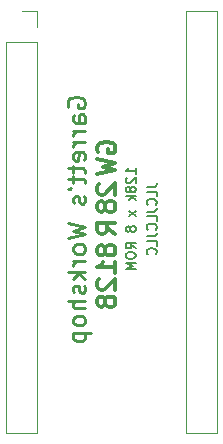
<source format=gbo>
G04 #@! TF.GenerationSoftware,KiCad,Pcbnew,(5.1.2-1)-1*
G04 #@! TF.CreationDate,2019-06-26T00:29:29-04:00*
G04 #@! TF.ProjectId,GW28R8128,47573238-5238-4313-9238-2e6b69636164,rev?*
G04 #@! TF.SameCoordinates,Original*
G04 #@! TF.FileFunction,Legend,Bot*
G04 #@! TF.FilePolarity,Positive*
%FSLAX46Y46*%
G04 Gerber Fmt 4.6, Leading zero omitted, Abs format (unit mm)*
G04 Created by KiCad (PCBNEW (5.1.2-1)-1) date 2019-06-26 00:29:29*
%MOMM*%
%LPD*%
G04 APERTURE LIST*
%ADD10C,0.203200*%
%ADD11C,0.300000*%
%ADD12C,0.225000*%
%ADD13C,0.120000*%
%ADD14C,1.852400*%
%ADD15O,1.852400X1.852400*%
%ADD16C,2.152400*%
%ADD17R,1.852400X1.852400*%
G04 APERTURE END LIST*
D10*
X51243895Y-33866666D02*
X51824466Y-33866666D01*
X51940580Y-33827961D01*
X52017990Y-33750552D01*
X52056695Y-33634438D01*
X52056695Y-33557028D01*
X52056695Y-34640761D02*
X52056695Y-34253714D01*
X51243895Y-34253714D01*
X51979285Y-35376152D02*
X52017990Y-35337447D01*
X52056695Y-35221333D01*
X52056695Y-35143923D01*
X52017990Y-35027809D01*
X51940580Y-34950400D01*
X51863171Y-34911695D01*
X51708352Y-34872990D01*
X51592238Y-34872990D01*
X51437419Y-34911695D01*
X51360009Y-34950400D01*
X51282600Y-35027809D01*
X51243895Y-35143923D01*
X51243895Y-35221333D01*
X51282600Y-35337447D01*
X51321304Y-35376152D01*
X51243895Y-35956723D02*
X51824466Y-35956723D01*
X51940580Y-35918019D01*
X52017990Y-35840609D01*
X52056695Y-35724495D01*
X52056695Y-35647085D01*
X52056695Y-36730819D02*
X52056695Y-36343771D01*
X51243895Y-36343771D01*
X51979285Y-37466209D02*
X52017990Y-37427504D01*
X52056695Y-37311390D01*
X52056695Y-37233980D01*
X52017990Y-37117866D01*
X51940580Y-37040457D01*
X51863171Y-37001752D01*
X51708352Y-36963047D01*
X51592238Y-36963047D01*
X51437419Y-37001752D01*
X51360009Y-37040457D01*
X51282600Y-37117866D01*
X51243895Y-37233980D01*
X51243895Y-37311390D01*
X51282600Y-37427504D01*
X51321304Y-37466209D01*
X51243895Y-38046780D02*
X51824466Y-38046780D01*
X51940580Y-38008076D01*
X52017990Y-37930666D01*
X52056695Y-37814552D01*
X52056695Y-37737142D01*
X52056695Y-38820876D02*
X52056695Y-38433828D01*
X51243895Y-38433828D01*
X51979285Y-39556266D02*
X52017990Y-39517561D01*
X52056695Y-39401447D01*
X52056695Y-39324038D01*
X52017990Y-39207923D01*
X51940580Y-39130514D01*
X51863171Y-39091809D01*
X51708352Y-39053104D01*
X51592238Y-39053104D01*
X51437419Y-39091809D01*
X51360009Y-39130514D01*
X51282600Y-39207923D01*
X51243895Y-39324038D01*
X51243895Y-39401447D01*
X51282600Y-39517561D01*
X51321304Y-39556266D01*
X50278695Y-32763580D02*
X50278695Y-32299123D01*
X50278695Y-32531352D02*
X49465895Y-32531352D01*
X49582009Y-32453942D01*
X49659419Y-32376533D01*
X49698123Y-32299123D01*
X49543304Y-33073219D02*
X49504600Y-33111923D01*
X49465895Y-33189333D01*
X49465895Y-33382857D01*
X49504600Y-33460266D01*
X49543304Y-33498971D01*
X49620714Y-33537676D01*
X49698123Y-33537676D01*
X49814238Y-33498971D01*
X50278695Y-33034514D01*
X50278695Y-33537676D01*
X49814238Y-34002133D02*
X49775533Y-33924723D01*
X49736828Y-33886019D01*
X49659419Y-33847314D01*
X49620714Y-33847314D01*
X49543304Y-33886019D01*
X49504600Y-33924723D01*
X49465895Y-34002133D01*
X49465895Y-34156952D01*
X49504600Y-34234361D01*
X49543304Y-34273066D01*
X49620714Y-34311771D01*
X49659419Y-34311771D01*
X49736828Y-34273066D01*
X49775533Y-34234361D01*
X49814238Y-34156952D01*
X49814238Y-34002133D01*
X49852942Y-33924723D01*
X49891647Y-33886019D01*
X49969057Y-33847314D01*
X50123876Y-33847314D01*
X50201285Y-33886019D01*
X50239990Y-33924723D01*
X50278695Y-34002133D01*
X50278695Y-34156952D01*
X50239990Y-34234361D01*
X50201285Y-34273066D01*
X50123876Y-34311771D01*
X49969057Y-34311771D01*
X49891647Y-34273066D01*
X49852942Y-34234361D01*
X49814238Y-34156952D01*
X50278695Y-34660114D02*
X49465895Y-34660114D01*
X49969057Y-34737523D02*
X50278695Y-34969752D01*
X49736828Y-34969752D02*
X50046466Y-34660114D01*
X50278695Y-35859961D02*
X49736828Y-36285714D01*
X49736828Y-35859961D02*
X50278695Y-36285714D01*
X49814238Y-37330742D02*
X49775533Y-37253333D01*
X49736828Y-37214628D01*
X49659419Y-37175923D01*
X49620714Y-37175923D01*
X49543304Y-37214628D01*
X49504600Y-37253333D01*
X49465895Y-37330742D01*
X49465895Y-37485561D01*
X49504600Y-37562971D01*
X49543304Y-37601676D01*
X49620714Y-37640380D01*
X49659419Y-37640380D01*
X49736828Y-37601676D01*
X49775533Y-37562971D01*
X49814238Y-37485561D01*
X49814238Y-37330742D01*
X49852942Y-37253333D01*
X49891647Y-37214628D01*
X49969057Y-37175923D01*
X50123876Y-37175923D01*
X50201285Y-37214628D01*
X50239990Y-37253333D01*
X50278695Y-37330742D01*
X50278695Y-37485561D01*
X50239990Y-37562971D01*
X50201285Y-37601676D01*
X50123876Y-37640380D01*
X49969057Y-37640380D01*
X49891647Y-37601676D01*
X49852942Y-37562971D01*
X49814238Y-37485561D01*
X50278695Y-39072457D02*
X49891647Y-38801523D01*
X50278695Y-38608000D02*
X49465895Y-38608000D01*
X49465895Y-38917638D01*
X49504600Y-38995047D01*
X49543304Y-39033752D01*
X49620714Y-39072457D01*
X49736828Y-39072457D01*
X49814238Y-39033752D01*
X49852942Y-38995047D01*
X49891647Y-38917638D01*
X49891647Y-38608000D01*
X49465895Y-39575619D02*
X49465895Y-39730438D01*
X49504600Y-39807847D01*
X49582009Y-39885257D01*
X49736828Y-39923961D01*
X50007761Y-39923961D01*
X50162580Y-39885257D01*
X50239990Y-39807847D01*
X50278695Y-39730438D01*
X50278695Y-39575619D01*
X50239990Y-39498209D01*
X50162580Y-39420800D01*
X50007761Y-39382095D01*
X49736828Y-39382095D01*
X49582009Y-39420800D01*
X49504600Y-39498209D01*
X49465895Y-39575619D01*
X50278695Y-40272304D02*
X49465895Y-40272304D01*
X50046466Y-40543238D01*
X49465895Y-40814171D01*
X50278695Y-40814171D01*
D11*
X47697571Y-39079714D02*
X47625000Y-38934571D01*
X47552428Y-38862000D01*
X47407285Y-38789428D01*
X47334714Y-38789428D01*
X47189571Y-38862000D01*
X47117000Y-38934571D01*
X47044428Y-39079714D01*
X47044428Y-39370000D01*
X47117000Y-39515142D01*
X47189571Y-39587714D01*
X47334714Y-39660285D01*
X47407285Y-39660285D01*
X47552428Y-39587714D01*
X47625000Y-39515142D01*
X47697571Y-39370000D01*
X47697571Y-39079714D01*
X47770142Y-38934571D01*
X47842714Y-38862000D01*
X47987857Y-38789428D01*
X48278142Y-38789428D01*
X48423285Y-38862000D01*
X48495857Y-38934571D01*
X48568428Y-39079714D01*
X48568428Y-39370000D01*
X48495857Y-39515142D01*
X48423285Y-39587714D01*
X48278142Y-39660285D01*
X47987857Y-39660285D01*
X47842714Y-39587714D01*
X47770142Y-39515142D01*
X47697571Y-39370000D01*
X48568428Y-41111714D02*
X48568428Y-40240857D01*
X48568428Y-40676285D02*
X47044428Y-40676285D01*
X47262142Y-40531142D01*
X47407285Y-40386000D01*
X47479857Y-40240857D01*
X47189571Y-41692285D02*
X47117000Y-41764857D01*
X47044428Y-41910000D01*
X47044428Y-42272857D01*
X47117000Y-42418000D01*
X47189571Y-42490571D01*
X47334714Y-42563142D01*
X47479857Y-42563142D01*
X47697571Y-42490571D01*
X48568428Y-41619714D01*
X48568428Y-42563142D01*
X47697571Y-43434000D02*
X47625000Y-43288857D01*
X47552428Y-43216285D01*
X47407285Y-43143714D01*
X47334714Y-43143714D01*
X47189571Y-43216285D01*
X47117000Y-43288857D01*
X47044428Y-43434000D01*
X47044428Y-43724285D01*
X47117000Y-43869428D01*
X47189571Y-43942000D01*
X47334714Y-44014571D01*
X47407285Y-44014571D01*
X47552428Y-43942000D01*
X47625000Y-43869428D01*
X47697571Y-43724285D01*
X47697571Y-43434000D01*
X47770142Y-43288857D01*
X47842714Y-43216285D01*
X47987857Y-43143714D01*
X48278142Y-43143714D01*
X48423285Y-43216285D01*
X48495857Y-43288857D01*
X48568428Y-43434000D01*
X48568428Y-43724285D01*
X48495857Y-43869428D01*
X48423285Y-43942000D01*
X48278142Y-44014571D01*
X47987857Y-44014571D01*
X47842714Y-43942000D01*
X47770142Y-43869428D01*
X47697571Y-43724285D01*
X48568428Y-37809714D02*
X47842714Y-37301714D01*
X48568428Y-36938857D02*
X47044428Y-36938857D01*
X47044428Y-37519428D01*
X47117000Y-37664571D01*
X47189571Y-37737142D01*
X47334714Y-37809714D01*
X47552428Y-37809714D01*
X47697571Y-37737142D01*
X47770142Y-37664571D01*
X47842714Y-37519428D01*
X47842714Y-36938857D01*
X47189571Y-33636857D02*
X47117000Y-33709428D01*
X47044428Y-33854571D01*
X47044428Y-34217428D01*
X47117000Y-34362571D01*
X47189571Y-34435142D01*
X47334714Y-34507714D01*
X47479857Y-34507714D01*
X47697571Y-34435142D01*
X48568428Y-33564285D01*
X48568428Y-34507714D01*
X47697571Y-35378571D02*
X47625000Y-35233428D01*
X47552428Y-35160857D01*
X47407285Y-35088285D01*
X47334714Y-35088285D01*
X47189571Y-35160857D01*
X47117000Y-35233428D01*
X47044428Y-35378571D01*
X47044428Y-35668857D01*
X47117000Y-35814000D01*
X47189571Y-35886571D01*
X47334714Y-35959142D01*
X47407285Y-35959142D01*
X47552428Y-35886571D01*
X47625000Y-35814000D01*
X47697571Y-35668857D01*
X47697571Y-35378571D01*
X47770142Y-35233428D01*
X47842714Y-35160857D01*
X47987857Y-35088285D01*
X48278142Y-35088285D01*
X48423285Y-35160857D01*
X48495857Y-35233428D01*
X48568428Y-35378571D01*
X48568428Y-35668857D01*
X48495857Y-35814000D01*
X48423285Y-35886571D01*
X48278142Y-35959142D01*
X47987857Y-35959142D01*
X47842714Y-35886571D01*
X47770142Y-35814000D01*
X47697571Y-35668857D01*
X47117000Y-30897285D02*
X47044428Y-30752142D01*
X47044428Y-30534428D01*
X47117000Y-30316714D01*
X47262142Y-30171571D01*
X47407285Y-30099000D01*
X47697571Y-30026428D01*
X47915285Y-30026428D01*
X48205571Y-30099000D01*
X48350714Y-30171571D01*
X48495857Y-30316714D01*
X48568428Y-30534428D01*
X48568428Y-30679571D01*
X48495857Y-30897285D01*
X48423285Y-30969857D01*
X47915285Y-30969857D01*
X47915285Y-30679571D01*
X47044428Y-31477857D02*
X48568428Y-31840714D01*
X47479857Y-32131000D01*
X48568428Y-32421285D01*
X47044428Y-32784142D01*
D12*
X44589000Y-27076000D02*
X44517571Y-26933142D01*
X44517571Y-26718857D01*
X44589000Y-26504571D01*
X44731857Y-26361714D01*
X44874714Y-26290285D01*
X45160428Y-26218857D01*
X45374714Y-26218857D01*
X45660428Y-26290285D01*
X45803285Y-26361714D01*
X45946142Y-26504571D01*
X46017571Y-26718857D01*
X46017571Y-26861714D01*
X45946142Y-27076000D01*
X45874714Y-27147428D01*
X45374714Y-27147428D01*
X45374714Y-26861714D01*
X46017571Y-28433142D02*
X45231857Y-28433142D01*
X45089000Y-28361714D01*
X45017571Y-28218857D01*
X45017571Y-27933142D01*
X45089000Y-27790285D01*
X45946142Y-28433142D02*
X46017571Y-28290285D01*
X46017571Y-27933142D01*
X45946142Y-27790285D01*
X45803285Y-27718857D01*
X45660428Y-27718857D01*
X45517571Y-27790285D01*
X45446142Y-27933142D01*
X45446142Y-28290285D01*
X45374714Y-28433142D01*
X46017571Y-29147428D02*
X45017571Y-29147428D01*
X45303285Y-29147428D02*
X45160428Y-29218857D01*
X45089000Y-29290285D01*
X45017571Y-29433142D01*
X45017571Y-29576000D01*
X46017571Y-30076000D02*
X45017571Y-30076000D01*
X45303285Y-30076000D02*
X45160428Y-30147428D01*
X45089000Y-30218857D01*
X45017571Y-30361714D01*
X45017571Y-30504571D01*
X45946142Y-31576000D02*
X46017571Y-31433142D01*
X46017571Y-31147428D01*
X45946142Y-31004571D01*
X45803285Y-30933142D01*
X45231857Y-30933142D01*
X45089000Y-31004571D01*
X45017571Y-31147428D01*
X45017571Y-31433142D01*
X45089000Y-31576000D01*
X45231857Y-31647428D01*
X45374714Y-31647428D01*
X45517571Y-30933142D01*
X45017571Y-32076000D02*
X45017571Y-32647428D01*
X44517571Y-32290285D02*
X45803285Y-32290285D01*
X45946142Y-32361714D01*
X46017571Y-32504571D01*
X46017571Y-32647428D01*
X45017571Y-32933142D02*
X45017571Y-33504571D01*
X44517571Y-33147428D02*
X45803285Y-33147428D01*
X45946142Y-33218857D01*
X46017571Y-33361714D01*
X46017571Y-33504571D01*
X44517571Y-34076000D02*
X44589000Y-34076000D01*
X44731857Y-34004571D01*
X44803285Y-33933142D01*
X45946142Y-34647428D02*
X46017571Y-34790285D01*
X46017571Y-35076000D01*
X45946142Y-35218857D01*
X45803285Y-35290285D01*
X45731857Y-35290285D01*
X45589000Y-35218857D01*
X45517571Y-35076000D01*
X45517571Y-34861714D01*
X45446142Y-34718857D01*
X45303285Y-34647428D01*
X45231857Y-34647428D01*
X45089000Y-34718857D01*
X45017571Y-34861714D01*
X45017571Y-35076000D01*
X45089000Y-35218857D01*
X44517571Y-36933142D02*
X46017571Y-37290285D01*
X44946142Y-37576000D01*
X46017571Y-37861714D01*
X44517571Y-38218857D01*
X46017571Y-39004571D02*
X45946142Y-38861714D01*
X45874714Y-38790285D01*
X45731857Y-38718857D01*
X45303285Y-38718857D01*
X45160428Y-38790285D01*
X45089000Y-38861714D01*
X45017571Y-39004571D01*
X45017571Y-39218857D01*
X45089000Y-39361714D01*
X45160428Y-39433142D01*
X45303285Y-39504571D01*
X45731857Y-39504571D01*
X45874714Y-39433142D01*
X45946142Y-39361714D01*
X46017571Y-39218857D01*
X46017571Y-39004571D01*
X46017571Y-40147428D02*
X45017571Y-40147428D01*
X45303285Y-40147428D02*
X45160428Y-40218857D01*
X45089000Y-40290285D01*
X45017571Y-40433142D01*
X45017571Y-40576000D01*
X46017571Y-41076000D02*
X44517571Y-41076000D01*
X45446142Y-41218857D02*
X46017571Y-41647428D01*
X45017571Y-41647428D02*
X45589000Y-41076000D01*
X45946142Y-42218857D02*
X46017571Y-42361714D01*
X46017571Y-42647428D01*
X45946142Y-42790285D01*
X45803285Y-42861714D01*
X45731857Y-42861714D01*
X45589000Y-42790285D01*
X45517571Y-42647428D01*
X45517571Y-42433142D01*
X45446142Y-42290285D01*
X45303285Y-42218857D01*
X45231857Y-42218857D01*
X45089000Y-42290285D01*
X45017571Y-42433142D01*
X45017571Y-42647428D01*
X45089000Y-42790285D01*
X46017571Y-43504571D02*
X44517571Y-43504571D01*
X46017571Y-44147428D02*
X45231857Y-44147428D01*
X45089000Y-44076000D01*
X45017571Y-43933142D01*
X45017571Y-43718857D01*
X45089000Y-43576000D01*
X45160428Y-43504571D01*
X46017571Y-45076000D02*
X45946142Y-44933142D01*
X45874714Y-44861714D01*
X45731857Y-44790285D01*
X45303285Y-44790285D01*
X45160428Y-44861714D01*
X45089000Y-44933142D01*
X45017571Y-45076000D01*
X45017571Y-45290285D01*
X45089000Y-45433142D01*
X45160428Y-45504571D01*
X45303285Y-45576000D01*
X45731857Y-45576000D01*
X45874714Y-45504571D01*
X45946142Y-45433142D01*
X46017571Y-45290285D01*
X46017571Y-45076000D01*
X45017571Y-46218857D02*
X46517571Y-46218857D01*
X45089000Y-46218857D02*
X45017571Y-46361714D01*
X45017571Y-46647428D01*
X45089000Y-46790285D01*
X45160428Y-46861714D01*
X45303285Y-46933142D01*
X45731857Y-46933142D01*
X45874714Y-46861714D01*
X45946142Y-46790285D01*
X46017571Y-46647428D01*
X46017571Y-46361714D01*
X45946142Y-46218857D01*
D13*
X57210000Y-54670000D02*
X54550000Y-54670000D01*
X57210000Y-18990000D02*
X57210000Y-54670000D01*
X54550000Y-18990000D02*
X54550000Y-54670000D01*
X57210000Y-18990000D02*
X54550000Y-18990000D01*
X57210000Y-20320000D02*
X57210000Y-18990000D01*
X57210000Y-18990000D02*
X55880000Y-18990000D01*
X41970000Y-54670000D02*
X39310000Y-54670000D01*
X41970000Y-21590000D02*
X41970000Y-54670000D01*
X39310000Y-21590000D02*
X39310000Y-54670000D01*
X41970000Y-21590000D02*
X39310000Y-21590000D01*
X41970000Y-20320000D02*
X41970000Y-18990000D01*
X41970000Y-18990000D02*
X40640000Y-18990000D01*
%LPC*%
D14*
X55880000Y-20320000D03*
D15*
X55880000Y-22860000D03*
X55880000Y-25400000D03*
X55880000Y-27940000D03*
X55880000Y-30480000D03*
X55880000Y-33020000D03*
X55880000Y-35560000D03*
X55880000Y-38100000D03*
X55880000Y-40640000D03*
X55880000Y-43180000D03*
X55880000Y-45720000D03*
X55880000Y-48260000D03*
X55880000Y-50800000D03*
X55880000Y-53340000D03*
D16*
X52070000Y-20320000D03*
X43180000Y-53340000D03*
D17*
X40640000Y-20320000D03*
D15*
X40640000Y-22860000D03*
X40640000Y-25400000D03*
X40640000Y-27940000D03*
X40640000Y-30480000D03*
X40640000Y-33020000D03*
X40640000Y-35560000D03*
X40640000Y-38100000D03*
X40640000Y-40640000D03*
X40640000Y-43180000D03*
X40640000Y-45720000D03*
X40640000Y-48260000D03*
X40640000Y-50800000D03*
X40640000Y-53340000D03*
M02*

</source>
